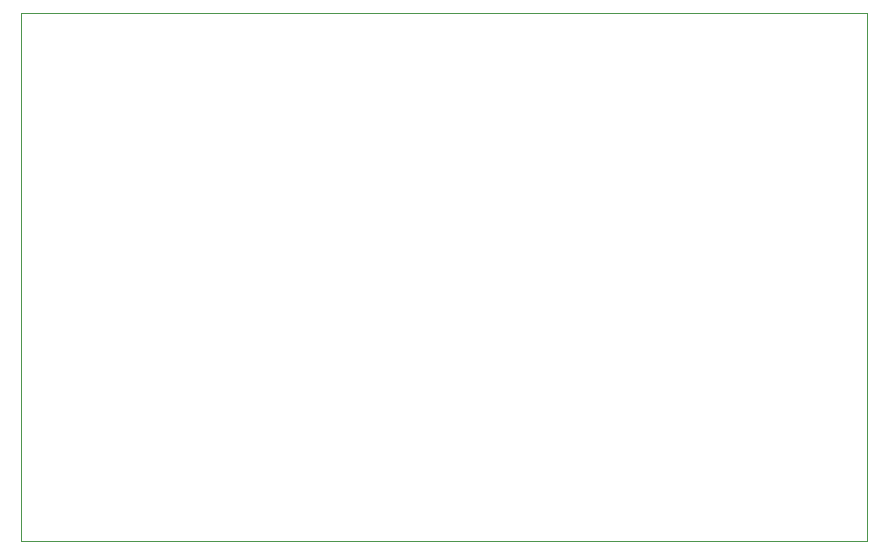
<source format=gbr>
G04 #@! TF.GenerationSoftware,KiCad,Pcbnew,5.1.2*
G04 #@! TF.CreationDate,2019-08-12T01:59:45+02:00*
G04 #@! TF.ProjectId,vco_mk1,76636f5f-6d6b-4312-9e6b-696361645f70,rev?*
G04 #@! TF.SameCoordinates,Original*
G04 #@! TF.FileFunction,Profile,NP*
%FSLAX46Y46*%
G04 Gerber Fmt 4.6, Leading zero omitted, Abs format (unit mm)*
G04 Created by KiCad (PCBNEW 5.1.2) date 2019-08-12 01:59:45*
%MOMM*%
%LPD*%
G04 APERTURE LIST*
%ADD10C,0.050000*%
G04 APERTURE END LIST*
D10*
X138176000Y-165608000D02*
X138176000Y-120904000D01*
X209804000Y-165608000D02*
X138176000Y-165608000D01*
X209804000Y-120904000D02*
X209804000Y-165608000D01*
X138176000Y-120904000D02*
X209804000Y-120904000D01*
M02*

</source>
